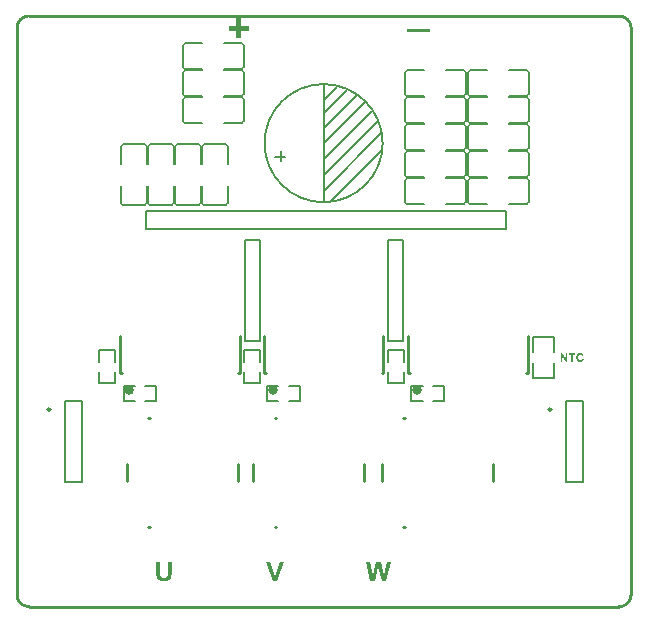
<source format=gto>
G04*
G04 #@! TF.GenerationSoftware,Altium Limited,Altium Designer,22.0.2 (36)*
G04*
G04 Layer_Color=65535*
%FSLAX24Y24*%
%MOIN*%
G70*
G04*
G04 #@! TF.SameCoordinates,22A08989-F282-469C-B082-2707E795951A*
G04*
G04*
G04 #@! TF.FilePolarity,Positive*
G04*
G01*
G75*
%ADD10C,0.0157*%
%ADD11C,0.0098*%
%ADD12C,0.0060*%
%ADD13C,0.0059*%
%ADD14C,0.0100*%
%ADD15C,0.0079*%
%ADD16C,0.0070*%
G36*
X18789Y8455D02*
X18793Y8455D01*
X18798Y8454D01*
X18804Y8453D01*
X18810Y8452D01*
X18817Y8450D01*
X18824Y8448D01*
X18831Y8446D01*
X18839Y8442D01*
X18846Y8439D01*
X18852Y8435D01*
X18859Y8430D01*
X18866Y8425D01*
X18866D01*
X18866Y8424D01*
X18868Y8422D01*
X18869Y8421D01*
X18871Y8419D01*
X18872Y8417D01*
X18877Y8411D01*
X18881Y8403D01*
X18886Y8394D01*
X18891Y8384D01*
X18895Y8372D01*
X18838Y8358D01*
Y8358D01*
X18837Y8359D01*
Y8360D01*
X18837Y8362D01*
X18835Y8365D01*
X18833Y8370D01*
X18830Y8376D01*
X18827Y8382D01*
X18822Y8388D01*
X18816Y8393D01*
X18815Y8393D01*
X18813Y8395D01*
X18810Y8397D01*
X18805Y8400D01*
X18799Y8402D01*
X18793Y8404D01*
X18785Y8406D01*
X18777Y8406D01*
X18774D01*
X18772Y8406D01*
X18769Y8405D01*
X18766Y8405D01*
X18759Y8403D01*
X18750Y8400D01*
X18742Y8396D01*
X18737Y8394D01*
X18733Y8391D01*
X18729Y8387D01*
X18725Y8383D01*
Y8383D01*
X18724Y8382D01*
X18723Y8380D01*
X18722Y8378D01*
X18720Y8376D01*
X18719Y8373D01*
X18717Y8369D01*
X18715Y8365D01*
X18713Y8360D01*
X18712Y8355D01*
X18710Y8348D01*
X18708Y8342D01*
X18707Y8334D01*
X18706Y8326D01*
X18706Y8318D01*
X18705Y8308D01*
Y8308D01*
Y8306D01*
Y8303D01*
X18706Y8299D01*
Y8295D01*
X18707Y8289D01*
X18707Y8284D01*
X18708Y8278D01*
X18710Y8265D01*
X18714Y8252D01*
X18716Y8246D01*
X18719Y8240D01*
X18722Y8234D01*
X18725Y8230D01*
X18725Y8229D01*
X18726Y8229D01*
X18727Y8228D01*
X18729Y8226D01*
X18733Y8223D01*
X18739Y8219D01*
X18746Y8214D01*
X18755Y8211D01*
X18765Y8208D01*
X18770Y8207D01*
X18776Y8207D01*
X18778D01*
X18780Y8207D01*
X18784Y8208D01*
X18789Y8209D01*
X18795Y8211D01*
X18802Y8213D01*
X18809Y8217D01*
X18815Y8222D01*
X18816Y8222D01*
X18818Y8224D01*
X18821Y8228D01*
X18824Y8233D01*
X18829Y8239D01*
X18832Y8247D01*
X18836Y8257D01*
X18839Y8268D01*
X18896Y8251D01*
Y8250D01*
X18896Y8249D01*
X18895Y8246D01*
X18894Y8243D01*
X18892Y8239D01*
X18890Y8234D01*
X18888Y8229D01*
X18886Y8224D01*
X18880Y8213D01*
X18872Y8201D01*
X18863Y8190D01*
X18858Y8185D01*
X18853Y8180D01*
X18852Y8180D01*
X18851Y8180D01*
X18850Y8178D01*
X18847Y8177D01*
X18844Y8175D01*
X18841Y8173D01*
X18837Y8171D01*
X18832Y8169D01*
X18827Y8167D01*
X18821Y8165D01*
X18814Y8163D01*
X18808Y8161D01*
X18801Y8160D01*
X18793Y8158D01*
X18785Y8158D01*
X18776Y8157D01*
X18774D01*
X18771Y8158D01*
X18767Y8158D01*
X18762Y8159D01*
X18756Y8160D01*
X18750Y8161D01*
X18743Y8162D01*
X18736Y8165D01*
X18728Y8167D01*
X18720Y8170D01*
X18713Y8174D01*
X18705Y8178D01*
X18697Y8184D01*
X18689Y8189D01*
X18682Y8197D01*
X18682Y8197D01*
X18681Y8198D01*
X18679Y8201D01*
X18676Y8204D01*
X18674Y8208D01*
X18671Y8212D01*
X18667Y8218D01*
X18664Y8225D01*
X18661Y8232D01*
X18657Y8240D01*
X18654Y8249D01*
X18651Y8259D01*
X18649Y8269D01*
X18647Y8280D01*
X18646Y8291D01*
X18646Y8304D01*
Y8304D01*
Y8305D01*
Y8307D01*
X18646Y8311D01*
Y8316D01*
X18647Y8322D01*
X18648Y8329D01*
X18648Y8336D01*
X18650Y8345D01*
X18652Y8354D01*
X18655Y8363D01*
X18658Y8372D01*
X18661Y8382D01*
X18666Y8391D01*
X18671Y8400D01*
X18676Y8408D01*
X18683Y8416D01*
X18683Y8416D01*
X18684Y8417D01*
X18686Y8420D01*
X18689Y8422D01*
X18693Y8425D01*
X18698Y8428D01*
X18703Y8432D01*
X18709Y8436D01*
X18715Y8440D01*
X18723Y8443D01*
X18731Y8447D01*
X18739Y8450D01*
X18749Y8452D01*
X18758Y8454D01*
X18769Y8455D01*
X18780Y8456D01*
X18785D01*
X18789Y8455D01*
D02*
G37*
G36*
X18349Y8162D02*
X18290D01*
X18173Y8352D01*
Y8162D01*
X18120D01*
Y8450D01*
X18176D01*
X18295Y8256D01*
Y8450D01*
X18349D01*
Y8162D01*
D02*
G37*
G36*
X18618Y8402D02*
X18533D01*
Y8162D01*
X18475D01*
Y8402D01*
X18390D01*
Y8450D01*
X18618D01*
Y8402D01*
D02*
G37*
G36*
X13777Y19150D02*
X13011D01*
Y19269D01*
X13777D01*
Y19150D01*
D02*
G37*
G36*
X7477Y19371D02*
X7730D01*
Y19198D01*
X7477D01*
Y18950D01*
X7309D01*
Y19198D01*
X7058D01*
Y19371D01*
X7309D01*
Y19619D01*
X7477D01*
Y19371D01*
D02*
G37*
G36*
X12315Y850D02*
X12176D01*
X12050Y1328D01*
X11922Y850D01*
X11782D01*
X11630Y1490D01*
X11762D01*
X11859Y1050D01*
X11975Y1490D01*
X12130D01*
X12241Y1042D01*
X12340Y1490D01*
X12470D01*
X12315Y850D01*
D02*
G37*
G36*
X8671D02*
X8531D01*
X8302Y1490D01*
X8441D01*
X8604Y1016D01*
X8760Y1490D01*
X8898D01*
X8671Y850D01*
D02*
G37*
G36*
X5155Y1164D02*
Y1164D01*
Y1160D01*
Y1153D01*
Y1146D01*
Y1137D01*
X5154Y1126D01*
Y1114D01*
Y1102D01*
X5153Y1075D01*
X5151Y1047D01*
X5150Y1035D01*
X5148Y1023D01*
X5146Y1012D01*
X5144Y1002D01*
Y1001D01*
X5143Y1000D01*
Y997D01*
X5142Y994D01*
X5140Y985D01*
X5136Y974D01*
X5130Y961D01*
X5124Y948D01*
X5116Y934D01*
X5105Y921D01*
X5104Y919D01*
X5101Y916D01*
X5094Y910D01*
X5086Y903D01*
X5075Y894D01*
X5062Y886D01*
X5047Y877D01*
X5030Y869D01*
X5030D01*
X5029Y869D01*
X5026Y868D01*
X5022Y867D01*
X5017Y865D01*
X5012Y863D01*
X5005Y861D01*
X4997Y860D01*
X4980Y856D01*
X4958Y853D01*
X4934Y851D01*
X4907Y850D01*
X4893D01*
X4884Y851D01*
X4876D01*
X4866Y852D01*
X4856Y853D01*
X4833Y855D01*
X4810Y858D01*
X4787Y864D01*
X4777Y867D01*
X4768Y870D01*
X4767D01*
X4766Y871D01*
X4760Y874D01*
X4751Y879D01*
X4741Y885D01*
X4729Y893D01*
X4716Y903D01*
X4704Y914D01*
X4693Y926D01*
X4692Y928D01*
X4688Y931D01*
X4684Y939D01*
X4678Y948D01*
X4672Y958D01*
X4666Y970D01*
X4661Y983D01*
X4657Y997D01*
Y998D01*
X4656Y1000D01*
Y1003D01*
X4655Y1007D01*
X4654Y1013D01*
X4653Y1020D01*
X4652Y1029D01*
X4651Y1038D01*
X4649Y1049D01*
X4648Y1061D01*
X4647Y1074D01*
X4647Y1089D01*
X4646Y1104D01*
Y1122D01*
X4645Y1140D01*
Y1160D01*
Y1502D01*
X4774D01*
Y1154D01*
Y1153D01*
Y1151D01*
Y1147D01*
Y1141D01*
Y1134D01*
Y1127D01*
X4775Y1110D01*
Y1091D01*
X4776Y1074D01*
X4777Y1066D01*
Y1058D01*
X4778Y1053D01*
X4779Y1047D01*
Y1045D01*
X4781Y1041D01*
X4783Y1033D01*
X4787Y1024D01*
X4792Y1014D01*
X4799Y1004D01*
X4807Y992D01*
X4818Y983D01*
X4820Y982D01*
X4823Y979D01*
X4831Y976D01*
X4840Y972D01*
X4853Y967D01*
X4868Y964D01*
X4884Y961D01*
X4904Y960D01*
X4913D01*
X4922Y961D01*
X4934Y963D01*
X4948Y966D01*
X4961Y969D01*
X4975Y975D01*
X4986Y982D01*
X4987Y983D01*
X4991Y986D01*
X4995Y991D01*
X5001Y997D01*
X5006Y1005D01*
X5012Y1015D01*
X5017Y1025D01*
X5019Y1037D01*
Y1039D01*
X5020Y1043D01*
X5021Y1052D01*
X5023Y1063D01*
Y1070D01*
X5024Y1078D01*
Y1088D01*
X5025Y1097D01*
Y1108D01*
X5026Y1120D01*
Y1133D01*
Y1147D01*
Y1502D01*
X5155D01*
Y1164D01*
D02*
G37*
D10*
X3821Y7224D02*
G03*
X3821Y7224I-79J0D01*
G01*
X13419D02*
G03*
X13419Y7224I-79J0D01*
G01*
X8613D02*
G03*
X8613Y7224I-79J0D01*
G01*
D11*
X17816Y6571D02*
G03*
X17816Y6571I-49J0D01*
G01*
X1116D02*
G03*
X1116Y6571I-49J0D01*
G01*
D12*
X14893Y15220D02*
G03*
X14953Y15280I0J60D01*
G01*
Y16020D02*
G03*
X14893Y16080I-60J0D01*
G01*
X12934Y15280D02*
G03*
X12994Y15220I60J0D01*
G01*
Y16080D02*
G03*
X12934Y16020I0J-60D01*
G01*
X14893Y13420D02*
G03*
X14953Y13480I0J60D01*
G01*
Y14220D02*
G03*
X14893Y14280I-60J0D01*
G01*
X12934Y13480D02*
G03*
X12994Y13420I60J0D01*
G01*
Y14280D02*
G03*
X12934Y14220I0J-60D01*
G01*
X12994Y15180D02*
G03*
X12934Y15120I0J-60D01*
G01*
Y14380D02*
G03*
X12994Y14320I60J0D01*
G01*
X14953Y15120D02*
G03*
X14893Y15180I-60J0D01*
G01*
Y14320D02*
G03*
X14953Y14380I0J60D01*
G01*
X4324Y15349D02*
G03*
X4264Y15409I-60J0D01*
G01*
X3524D02*
G03*
X3464Y15349I0J-60D01*
G01*
X4264Y13391D02*
G03*
X4324Y13451I0J60D01*
G01*
X3464D02*
G03*
X3524Y13391I60J0D01*
G01*
X5224Y15349D02*
G03*
X5164Y15409I-60J0D01*
G01*
X4424D02*
G03*
X4364Y15349I0J-60D01*
G01*
X5164Y13391D02*
G03*
X5224Y13451I0J60D01*
G01*
X4364D02*
G03*
X4424Y13391I60J0D01*
G01*
X6124Y15349D02*
G03*
X6064Y15409I-60J0D01*
G01*
X5324D02*
G03*
X5264Y15349I0J-60D01*
G01*
X6064Y13391D02*
G03*
X6124Y13451I0J60D01*
G01*
X5264D02*
G03*
X5324Y13391I60J0D01*
G01*
X7024Y15349D02*
G03*
X6964Y15409I-60J0D01*
G01*
X6224D02*
G03*
X6164Y15349I0J-60D01*
G01*
X6964Y13391D02*
G03*
X7024Y13451I0J60D01*
G01*
X6164D02*
G03*
X6224Y13391I60J0D01*
G01*
X16993Y17020D02*
G03*
X17053Y17080I0J60D01*
G01*
Y17820D02*
G03*
X16993Y17880I-60J0D01*
G01*
X15034Y17080D02*
G03*
X15094Y17020I60J0D01*
G01*
Y17880D02*
G03*
X15034Y17820I0J-60D01*
G01*
X5594Y16980D02*
G03*
X5534Y16920I0J-60D01*
G01*
Y16180D02*
G03*
X5594Y16120I60J0D01*
G01*
X7553Y16920D02*
G03*
X7493Y16980I-60J0D01*
G01*
Y16120D02*
G03*
X7553Y16180I0J60D01*
G01*
X5594Y17880D02*
G03*
X5534Y17820I0J-60D01*
G01*
Y17080D02*
G03*
X5594Y17020I60J0D01*
G01*
X7553Y17820D02*
G03*
X7493Y17880I-60J0D01*
G01*
Y17020D02*
G03*
X7553Y17080I0J60D01*
G01*
X5594Y18780D02*
G03*
X5534Y18720I0J-60D01*
G01*
Y17980D02*
G03*
X5594Y17920I60J0D01*
G01*
X7553Y18720D02*
G03*
X7493Y18780I-60J0D01*
G01*
Y17920D02*
G03*
X7553Y17980I0J60D01*
G01*
X12994Y17880D02*
G03*
X12934Y17820I0J-60D01*
G01*
Y17080D02*
G03*
X12994Y17020I60J0D01*
G01*
X14953Y17820D02*
G03*
X14893Y17880I-60J0D01*
G01*
Y17020D02*
G03*
X14953Y17080I0J60D01*
G01*
X16993Y16120D02*
G03*
X17053Y16180I0J60D01*
G01*
Y16920D02*
G03*
X16993Y16980I-60J0D01*
G01*
X15034Y16180D02*
G03*
X15094Y16120I60J0D01*
G01*
Y16980D02*
G03*
X15034Y16920I0J-60D01*
G01*
X12994Y16980D02*
G03*
X12934Y16920I0J-60D01*
G01*
Y16180D02*
G03*
X12994Y16120I60J0D01*
G01*
X14953Y16920D02*
G03*
X14893Y16980I-60J0D01*
G01*
Y16120D02*
G03*
X14953Y16180I0J60D01*
G01*
X16993Y13420D02*
G03*
X17053Y13480I0J60D01*
G01*
Y14220D02*
G03*
X16993Y14280I-60J0D01*
G01*
X15034Y13480D02*
G03*
X15094Y13420I60J0D01*
G01*
Y14280D02*
G03*
X15034Y14220I0J-60D01*
G01*
X16993Y14320D02*
G03*
X17053Y14380I0J60D01*
G01*
Y15120D02*
G03*
X16993Y15180I-60J0D01*
G01*
X15034Y14380D02*
G03*
X15094Y14320I60J0D01*
G01*
Y15180D02*
G03*
X15034Y15120I0J-60D01*
G01*
X16993Y15220D02*
G03*
X17053Y15280I0J60D01*
G01*
Y16020D02*
G03*
X16993Y16080I-60J0D01*
G01*
X15034Y15280D02*
G03*
X15094Y15220I60J0D01*
G01*
Y16080D02*
G03*
X15034Y16020I0J-60D01*
G01*
X17911Y8487D02*
Y8993D01*
X17189D02*
X17911D01*
X17189Y8487D02*
Y8993D01*
X17911Y7607D02*
Y8113D01*
X17189Y7607D02*
X17911D01*
X17189D02*
Y8113D01*
X3555Y7360D02*
X3932D01*
X3555Y6840D02*
Y7360D01*
Y6840D02*
X3932D01*
X4268Y7360D02*
X4645D01*
Y6840D02*
Y7360D01*
X4268Y6840D02*
X4645D01*
X13147Y7360D02*
X13524D01*
X13147Y6840D02*
Y7360D01*
Y6840D02*
X13524D01*
X13860Y7360D02*
X14237D01*
Y6840D02*
Y7360D01*
X13860Y6840D02*
X14237D01*
X8340Y7360D02*
X8717D01*
X8340Y6840D02*
Y7360D01*
Y6840D02*
X8717D01*
X9053Y7360D02*
X9431D01*
Y6840D02*
Y7360D01*
X9053Y6840D02*
X9431D01*
X14953Y15280D02*
Y16020D01*
X14308Y16080D02*
X14893D01*
X14308Y15220D02*
X14893D01*
X12934Y15280D02*
Y16020D01*
X12994Y16080D02*
X13579D01*
X12994Y15220D02*
X13579D01*
X14953Y13480D02*
Y14220D01*
X14308Y14280D02*
X14893D01*
X14308Y13420D02*
X14893D01*
X12934Y13480D02*
Y14220D01*
X12994Y14280D02*
X13579D01*
X12994Y13420D02*
X13579D01*
X7576Y7455D02*
Y7832D01*
Y7455D02*
X8096D01*
Y7832D01*
X7576Y8168D02*
Y8545D01*
X8096D01*
Y8168D02*
Y8545D01*
X3254Y8168D02*
Y8545D01*
X2734D02*
X3254D01*
X2734Y8168D02*
Y8545D01*
X3254Y7455D02*
Y7832D01*
X2734Y7455D02*
X3254D01*
X2734D02*
Y7832D01*
X12888Y8168D02*
Y8545D01*
X12368D02*
X12888D01*
X12368Y8168D02*
Y8545D01*
X12888Y7455D02*
Y7832D01*
X12368Y7455D02*
X12888D01*
X12368D02*
Y7832D01*
X12994Y14320D02*
X13579D01*
X12994Y15180D02*
X13579D01*
X12934Y14380D02*
Y15120D01*
X14308Y14320D02*
X14893D01*
X14308Y15180D02*
X14893D01*
X14953Y14380D02*
Y15120D01*
X3464Y14765D02*
Y15349D01*
X4324Y14765D02*
Y15349D01*
X3524Y15409D02*
X4264D01*
X3464Y13451D02*
Y14035D01*
X4324Y13451D02*
Y14035D01*
X3524Y13391D02*
X4264D01*
X4364Y14765D02*
Y15349D01*
X5224Y14765D02*
Y15349D01*
X4424Y15409D02*
X5164D01*
X4364Y13451D02*
Y14035D01*
X5224Y13451D02*
Y14035D01*
X4424Y13391D02*
X5164D01*
X5264Y14765D02*
Y15349D01*
X6124Y14765D02*
Y15349D01*
X5324Y15409D02*
X6064D01*
X5264Y13451D02*
Y14035D01*
X6124Y13451D02*
Y14035D01*
X5324Y13391D02*
X6064D01*
X6164Y14765D02*
Y15349D01*
X7024Y14765D02*
Y15349D01*
X6224Y15409D02*
X6964D01*
X6164Y13451D02*
Y14035D01*
X7024Y13451D02*
Y14035D01*
X6224Y13391D02*
X6964D01*
X16408Y17880D02*
X16993D01*
X16408Y17020D02*
X16993D01*
X17053Y17080D02*
Y17820D01*
X15094Y17880D02*
X15679D01*
X15094Y17020D02*
X15679D01*
X15034Y17080D02*
Y17820D01*
X5594Y16120D02*
X6179D01*
X5594Y16980D02*
X6179D01*
X5534Y16180D02*
Y16920D01*
X6908Y16120D02*
X7493D01*
X6908Y16980D02*
X7493D01*
X7553Y16180D02*
Y16920D01*
X5594Y17020D02*
X6179D01*
X5594Y17880D02*
X6179D01*
X5534Y17080D02*
Y17820D01*
X6908Y17020D02*
X7493D01*
X6908Y17880D02*
X7493D01*
X7553Y17080D02*
Y17820D01*
X5594Y17920D02*
X6179D01*
X5594Y18780D02*
X6179D01*
X5534Y17980D02*
Y18720D01*
X6908Y17920D02*
X7493D01*
X6908Y18780D02*
X7493D01*
X7553Y17980D02*
Y18720D01*
X12994Y17020D02*
X13579D01*
X12994Y17880D02*
X13579D01*
X12934Y17080D02*
Y17820D01*
X14308Y17020D02*
X14893D01*
X14308Y17880D02*
X14893D01*
X14953Y17080D02*
Y17820D01*
X16408Y16980D02*
X16993D01*
X16408Y16120D02*
X16993D01*
X17053Y16180D02*
Y16920D01*
X15094Y16980D02*
X15679D01*
X15094Y16120D02*
X15679D01*
X15034Y16180D02*
Y16920D01*
X12994Y16120D02*
X13579D01*
X12994Y16980D02*
X13579D01*
X12934Y16180D02*
Y16920D01*
X14308Y16120D02*
X14893D01*
X14308Y16980D02*
X14893D01*
X14953Y16180D02*
Y16920D01*
X16408Y14280D02*
X16993D01*
X16408Y13420D02*
X16993D01*
X17053Y13480D02*
Y14220D01*
X15094Y14280D02*
X15679D01*
X15094Y13420D02*
X15679D01*
X15034Y13480D02*
Y14220D01*
X16408Y15180D02*
X16993D01*
X16408Y14320D02*
X16993D01*
X17053Y14380D02*
Y15120D01*
X15094Y15180D02*
X15679D01*
X15094Y14320D02*
X15679D01*
X15034Y14380D02*
Y15120D01*
X16408Y16080D02*
X16993D01*
X16408Y15220D02*
X16993D01*
X17053Y15280D02*
Y16020D01*
X15094Y16080D02*
X15679D01*
X15094Y15220D02*
X15679D01*
X15034Y15280D02*
Y16020D01*
D13*
X12191Y15450D02*
G03*
X12191Y15450I-1969J0D01*
G01*
X8603Y15000D02*
X8938D01*
X8788Y14850D02*
Y15185D01*
X10222Y13514D02*
Y15450D01*
Y17372D01*
Y16905D02*
X10232D01*
X10661Y17334D01*
X10222Y16476D02*
X10256D01*
X11003Y17223D01*
X10222Y15920D02*
Y15941D01*
X11321Y17040D01*
X10222Y15450D02*
X10247D01*
X11607Y16810D01*
X10222Y14863D02*
Y14924D01*
X11830Y16532D01*
X10222Y14386D02*
Y14392D01*
X12028Y16198D01*
X10222Y13862D02*
X10232D01*
X12147Y15777D01*
X10447Y13488D02*
Y13496D01*
X12171Y15220D01*
D14*
X3656Y4182D02*
Y4740D01*
X4361Y2650D02*
X4419D01*
X4361Y6272D02*
X4384D01*
X4419D01*
X7357Y4182D02*
Y4740D01*
X15858Y4182D02*
Y4740D01*
X12886Y6272D02*
X12921D01*
X12863D02*
X12886D01*
X12863Y2650D02*
X12921D01*
X12158Y4182D02*
Y4740D01*
X11582Y4182D02*
Y4740D01*
X8609Y6272D02*
X8644D01*
X8586D02*
X8609D01*
X8586Y2650D02*
X8644D01*
X7881Y4182D02*
Y4740D01*
X7373Y7772D02*
X7426D01*
Y9012D01*
X3434Y7772D02*
Y9012D01*
Y7772D02*
X3510D01*
X13033D02*
X13109D01*
X13033D02*
Y9012D01*
X17025Y7772D02*
Y9012D01*
X16972Y7772D02*
X17025D01*
X8226D02*
X8302D01*
X8226D02*
Y9012D01*
X12218Y7772D02*
Y9012D01*
X12165Y7772D02*
X12218D01*
X20079Y0D02*
G03*
X20472Y394I0J394D01*
G01*
Y19291D02*
G03*
X20079Y19685I-394J0D01*
G01*
X394D02*
G03*
X0Y19291I0J-394D01*
G01*
Y394D02*
G03*
X394Y0I394J0D01*
G01*
Y19685D02*
X20079D01*
X394Y0D02*
X20079D01*
X0Y394D02*
Y19291D01*
X20472Y394D02*
Y19291D01*
D15*
X18318Y4140D02*
Y6857D01*
X18869Y4140D02*
Y6857D01*
X18318D02*
X18869D01*
X18318Y4140D02*
X18869D01*
X1618D02*
X2169D01*
X1618Y6857D02*
X2169D01*
Y4140D02*
Y6857D01*
X1618Y4140D02*
Y6857D01*
D16*
X12377Y8850D02*
X12877D01*
X12879Y8852D01*
Y12215D01*
X12377Y8850D02*
Y12215D01*
X12879D01*
X7594D02*
X8096D01*
X7594Y8850D02*
Y12215D01*
X8096Y8852D02*
Y12215D01*
X8094Y8850D02*
X8096Y8852D01*
X7594Y8850D02*
X8094D01*
X4294Y12591D02*
X16294D01*
X4294D02*
Y13182D01*
X16294Y12591D02*
Y13182D01*
X4294Y13200D02*
X16294D01*
M02*

</source>
